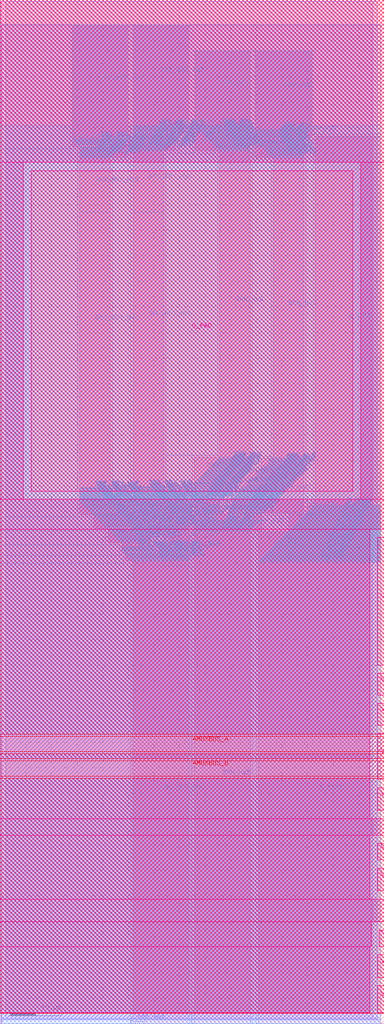
<source format=lef>
# Copyright 2020 The SkyWater PDK Authors
#
# Licensed under the Apache License, Version 2.0 (the "License");
# you may not use this file except in compliance with the License.
# You may obtain a copy of the License at
#
#     https://www.apache.org/licenses/LICENSE-2.0
#
# Unless required by applicable law or agreed to in writing, software
# distributed under the License is distributed on an "AS IS" BASIS,
# WITHOUT WARRANTIES OR CONDITIONS OF ANY KIND, either express or implied.
# See the License for the specific language governing permissions and
# limitations under the License.
#
# SPDX-License-Identifier: Apache-2.0

VERSION 5.7 ;
  NOWIREEXTENSIONATPIN ON ;
  DIVIDERCHAR "/" ;
  BUSBITCHARS "[]" ;
MACRO sky130_fd_io__top_ground_hvc_wpad
  CLASS BLOCK ;
  FOREIGN sky130_fd_io__top_ground_hvc_wpad ;
  ORIGIN  0.000000  0.000000 ;
  SIZE  75.00000 BY  200.0000 ;
  SYMMETRY R90 ;
  PIN AMUXBUS_A
    DIRECTION INOUT ;
    USE SIGNAL ;
    PORT
      LAYER met4 ;
        RECT 0.000000 53.125000 75.000000 56.105000 ;
    END
  END AMUXBUS_A
  PIN AMUXBUS_B
    DIRECTION INOUT ;
    USE SIGNAL ;
    PORT
      LAYER met4 ;
        RECT 0.000000 48.365000 75.000000 51.345000 ;
    END
  END AMUXBUS_B
  PIN G_PAD
    DIRECTION INOUT ;
    USE SIGNAL ;
    PORT
      LAYER met5 ;
        RECT 6.100000 104.010000 68.800000 166.625000 ;
    END
  END G_PAD
  PIN DRN_HVC
    DIRECTION INOUT ;
    USE POWER ;
    PORT
      LAYER met3 ;
        RECT 37.890000 0.000000 48.890000 96.150000 ;
    END
    PORT
      LAYER met3 ;
        RECT 37.890000 100.105000 42.840000 100.215000 ;
    END
    PORT
      LAYER met3 ;
        RECT 37.890000 100.215000 42.840000 102.135000 ;
    END
    PORT
      LAYER met3 ;
        RECT 37.890000 102.135000 42.840000 102.285000 ;
    END
    PORT
      LAYER met3 ;
        RECT 37.890000 102.285000 42.990000 102.435000 ;
    END
    PORT
      LAYER met3 ;
        RECT 37.890000 102.435000 43.140000 102.585000 ;
    END
    PORT
      LAYER met3 ;
        RECT 37.890000 102.585000 43.290000 102.735000 ;
    END
    PORT
      LAYER met3 ;
        RECT 37.890000 102.735000 43.440000 102.885000 ;
    END
    PORT
      LAYER met3 ;
        RECT 37.890000 102.885000 43.590000 103.035000 ;
    END
    PORT
      LAYER met3 ;
        RECT 37.890000 103.035000 43.740000 103.185000 ;
    END
    PORT
      LAYER met3 ;
        RECT 37.890000 103.185000 43.890000 103.335000 ;
    END
    PORT
      LAYER met3 ;
        RECT 37.890000 103.335000 44.040000 103.485000 ;
    END
    PORT
      LAYER met3 ;
        RECT 37.890000 103.485000 44.190000 103.635000 ;
    END
    PORT
      LAYER met3 ;
        RECT 37.890000 103.635000 44.340000 103.785000 ;
    END
    PORT
      LAYER met3 ;
        RECT 37.890000 103.785000 44.490000 103.935000 ;
    END
    PORT
      LAYER met3 ;
        RECT 37.890000 103.935000 44.640000 104.085000 ;
    END
    PORT
      LAYER met3 ;
        RECT 37.890000 104.085000 44.790000 104.235000 ;
    END
    PORT
      LAYER met3 ;
        RECT 37.890000 104.385000 45.090000 104.535000 ;
    END
    PORT
      LAYER met3 ;
        RECT 37.890000 104.535000 45.240000 104.685000 ;
    END
    PORT
      LAYER met3 ;
        RECT 37.890000 104.685000 45.390000 104.835000 ;
    END
    PORT
      LAYER met3 ;
        RECT 37.890000 104.835000 45.540000 104.985000 ;
    END
    PORT
      LAYER met3 ;
        RECT 37.890000 104.985000 45.690000 105.135000 ;
    END
    PORT
      LAYER met3 ;
        RECT 37.890000 105.135000 45.840000 105.285000 ;
    END
    PORT
      LAYER met3 ;
        RECT 37.890000 105.285000 45.990000 105.435000 ;
    END
    PORT
      LAYER met3 ;
        RECT 37.890000 105.435000 46.140000 105.585000 ;
    END
    PORT
      LAYER met3 ;
        RECT 37.890000 105.585000 46.290000 105.655000 ;
    END
    PORT
      LAYER met3 ;
        RECT 37.890000 105.655000 42.855000 110.620000 ;
    END
    PORT
      LAYER met3 ;
        RECT 37.890000 96.150000 48.890000 96.300000 ;
    END
    PORT
      LAYER met3 ;
        RECT 37.890000 96.300000 49.040000 96.450000 ;
    END
    PORT
      LAYER met3 ;
        RECT 37.890000 96.450000 49.190000 96.600000 ;
    END
    PORT
      LAYER met3 ;
        RECT 37.890000 96.600000 49.340000 96.750000 ;
    END
    PORT
      LAYER met3 ;
        RECT 37.890000 96.750000 49.490000 96.900000 ;
    END
    PORT
      LAYER met3 ;
        RECT 37.890000 96.900000 49.640000 97.050000 ;
    END
    PORT
      LAYER met3 ;
        RECT 37.890000 97.050000 49.790000 97.200000 ;
    END
    PORT
      LAYER met3 ;
        RECT 37.890000 97.200000 49.940000 97.350000 ;
    END
    PORT
      LAYER met3 ;
        RECT 37.890000 97.350000 50.090000 97.500000 ;
    END
    PORT
      LAYER met3 ;
        RECT 37.890000 97.500000 50.240000 97.650000 ;
    END
    PORT
      LAYER met3 ;
        RECT 37.890000 97.650000 50.390000 97.800000 ;
    END
    PORT
      LAYER met3 ;
        RECT 37.890000 97.800000 50.540000 97.950000 ;
    END
    PORT
      LAYER met3 ;
        RECT 37.890000 97.950000 50.690000 98.100000 ;
    END
    PORT
      LAYER met3 ;
        RECT 37.890000 98.100000 50.840000 98.250000 ;
    END
    PORT
      LAYER met3 ;
        RECT 37.890000 98.300000 51.040000 99.505000 ;
    END
    PORT
      LAYER met3 ;
        RECT 37.890000 99.505000 43.400000 99.655000 ;
    END
    PORT
      LAYER met3 ;
        RECT 37.890000 99.655000 43.250000 99.805000 ;
    END
    PORT
      LAYER met3 ;
        RECT 37.890000 99.805000 43.100000 99.955000 ;
    END
    PORT
      LAYER met3 ;
        RECT 37.965000 170.460000 42.855000 175.350000 ;
    END
    PORT
      LAYER met3 ;
        RECT 37.965000 175.350000 48.855000 190.020000 ;
    END
    PORT
      LAYER met3 ;
        RECT 38.040000 105.655000 46.360000 105.805000 ;
    END
    PORT
      LAYER met3 ;
        RECT 38.055000 175.260000 48.855000 175.350000 ;
    END
    PORT
      LAYER met3 ;
        RECT 38.190000 105.805000 46.510000 105.955000 ;
    END
    PORT
      LAYER met3 ;
        RECT 38.205000 175.110000 48.855000 175.260000 ;
    END
    PORT
      LAYER met3 ;
        RECT 38.355000 174.960000 48.855000 175.110000 ;
    END
    PORT
      LAYER met3 ;
        RECT 38.490000 106.105000 46.810000 106.255000 ;
    END
    PORT
      LAYER met3 ;
        RECT 38.505000 174.810000 48.855000 174.960000 ;
    END
    PORT
      LAYER met3 ;
        RECT 38.640000 106.255000 46.960000 106.405000 ;
    END
    PORT
      LAYER met3 ;
        RECT 38.655000 174.660000 48.855000 174.810000 ;
    END
    PORT
      LAYER met3 ;
        RECT 38.790000 106.405000 47.110000 106.555000 ;
    END
    PORT
      LAYER met3 ;
        RECT 38.805000 174.510000 48.855000 174.660000 ;
    END
    PORT
      LAYER met3 ;
        RECT 38.940000 106.555000 47.260000 106.705000 ;
    END
    PORT
      LAYER met3 ;
        RECT 38.955000 174.360000 48.855000 174.510000 ;
    END
    PORT
      LAYER met3 ;
        RECT 39.090000 106.705000 47.410000 106.855000 ;
    END
    PORT
      LAYER met3 ;
        RECT 39.105000 174.210000 48.855000 174.360000 ;
    END
    PORT
      LAYER met3 ;
        RECT 39.240000 106.855000 47.560000 107.005000 ;
    END
    PORT
      LAYER met3 ;
        RECT 39.255000 174.060000 48.855000 174.210000 ;
    END
    PORT
      LAYER met3 ;
        RECT 39.390000 107.005000 47.710000 107.155000 ;
    END
    PORT
      LAYER met3 ;
        RECT 39.405000 173.910000 48.855000 174.060000 ;
    END
    PORT
      LAYER met3 ;
        RECT 39.540000 107.155000 47.860000 107.305000 ;
    END
    PORT
      LAYER met3 ;
        RECT 39.555000 173.760000 48.855000 173.910000 ;
    END
    PORT
      LAYER met3 ;
        RECT 39.690000 107.305000 48.010000 107.455000 ;
    END
    PORT
      LAYER met3 ;
        RECT 39.705000 173.610000 48.855000 173.760000 ;
    END
    PORT
      LAYER met3 ;
        RECT 39.840000 107.455000 48.160000 107.605000 ;
    END
    PORT
      LAYER met3 ;
        RECT 39.855000 173.460000 48.855000 173.610000 ;
    END
    PORT
      LAYER met3 ;
        RECT 39.990000 107.605000 48.310000 107.755000 ;
    END
    PORT
      LAYER met3 ;
        RECT 40.005000 173.310000 48.855000 173.460000 ;
    END
    PORT
      LAYER met3 ;
        RECT 40.140000 107.755000 48.460000 107.905000 ;
    END
    PORT
      LAYER met3 ;
        RECT 40.155000 173.160000 48.855000 173.310000 ;
    END
    PORT
      LAYER met3 ;
        RECT 40.290000 107.905000 48.610000 108.055000 ;
    END
    PORT
      LAYER met3 ;
        RECT 40.305000 173.010000 48.855000 173.160000 ;
    END
    PORT
      LAYER met3 ;
        RECT 40.455000 172.860000 48.855000 173.010000 ;
    END
    PORT
      LAYER met3 ;
        RECT 40.535000 108.150000 48.855000 108.300000 ;
    END
    PORT
      LAYER met3 ;
        RECT 40.605000 172.710000 48.855000 172.860000 ;
    END
    PORT
      LAYER met3 ;
        RECT 40.685000 108.300000 48.855000 108.450000 ;
    END
    PORT
      LAYER met3 ;
        RECT 40.755000 172.560000 48.855000 172.710000 ;
    END
    PORT
      LAYER met3 ;
        RECT 40.835000 108.450000 48.855000 108.600000 ;
    END
    PORT
      LAYER met3 ;
        RECT 40.905000 172.410000 48.855000 172.560000 ;
    END
    PORT
      LAYER met3 ;
        RECT 40.985000 108.600000 48.855000 108.750000 ;
    END
    PORT
      LAYER met3 ;
        RECT 41.055000 172.260000 48.855000 172.410000 ;
    END
    PORT
      LAYER met3 ;
        RECT 41.135000 108.750000 48.855000 108.900000 ;
    END
    PORT
      LAYER met3 ;
        RECT 41.205000 172.110000 48.855000 172.260000 ;
    END
    PORT
      LAYER met3 ;
        RECT 41.285000 108.900000 48.855000 109.050000 ;
    END
    PORT
      LAYER met3 ;
        RECT 41.355000 171.960000 48.855000 172.110000 ;
    END
    PORT
      LAYER met3 ;
        RECT 41.435000 109.050000 48.855000 109.200000 ;
    END
    PORT
      LAYER met3 ;
        RECT 41.505000 171.810000 48.855000 171.960000 ;
    END
    PORT
      LAYER met3 ;
        RECT 41.585000 109.200000 48.855000 109.350000 ;
    END
    PORT
      LAYER met3 ;
        RECT 41.655000 171.660000 48.855000 171.810000 ;
    END
    PORT
      LAYER met3 ;
        RECT 41.735000 109.350000 48.855000 109.500000 ;
    END
    PORT
      LAYER met3 ;
        RECT 41.805000 171.510000 48.855000 171.660000 ;
    END
    PORT
      LAYER met3 ;
        RECT 41.885000 109.500000 48.855000 109.650000 ;
    END
    PORT
      LAYER met3 ;
        RECT 41.955000 171.360000 48.855000 171.510000 ;
    END
    PORT
      LAYER met3 ;
        RECT 42.035000 109.650000 48.855000 109.800000 ;
    END
    PORT
      LAYER met3 ;
        RECT 42.105000 171.210000 48.855000 171.360000 ;
    END
    PORT
      LAYER met3 ;
        RECT 42.185000 109.800000 48.855000 109.950000 ;
    END
    PORT
      LAYER met3 ;
        RECT 42.255000 171.060000 48.855000 171.210000 ;
    END
    PORT
      LAYER met3 ;
        RECT 42.335000 109.950000 48.855000 110.100000 ;
    END
    PORT
      LAYER met3 ;
        RECT 42.405000 170.910000 48.855000 171.060000 ;
    END
    PORT
      LAYER met3 ;
        RECT 42.485000 110.100000 48.855000 110.250000 ;
    END
    PORT
      LAYER met3 ;
        RECT 42.555000 170.760000 48.855000 170.910000 ;
    END
    PORT
      LAYER met3 ;
        RECT 42.635000 110.250000 48.855000 110.400000 ;
    END
    PORT
      LAYER met3 ;
        RECT 42.840000 102.135000 45.090000 104.385000 ;
    END
    PORT
      LAYER met3 ;
        RECT 42.840000 99.505000 43.550000 100.215000 ;
    END
    PORT
      LAYER met3 ;
        RECT 42.855000 108.150000 48.855000 110.620000 ;
    END
    PORT
      LAYER met3 ;
        RECT 42.855000 110.620000 48.855000 170.460000 ;
    END
    PORT
      LAYER met3 ;
        RECT 42.855000 170.460000 48.855000 170.610000 ;
    END
    PORT
      LAYER met3 ;
        RECT 44.550000 99.505000 45.260000 100.215000 ;
    END
    PORT
      LAYER met3 ;
        RECT 44.655000 99.505000 51.040000 99.610000 ;
    END
    PORT
      LAYER met3 ;
        RECT 44.760000 99.610000 51.040000 99.715000 ;
    END
    PORT
      LAYER met3 ;
        RECT 44.910000 99.715000 51.040000 99.865000 ;
    END
    PORT
      LAYER met3 ;
        RECT 45.060000 99.865000 51.190000 100.015000 ;
    END
    PORT
      LAYER met3 ;
        RECT 45.090000 104.385000 46.715000 106.010000 ;
    END
    PORT
      LAYER met3 ;
        RECT 45.260000 100.165000 51.490000 100.215000 ;
    END
    PORT
      LAYER met3 ;
        RECT 45.260000 100.215000 51.540000 100.365000 ;
    END
    PORT
      LAYER met3 ;
        RECT 45.260000 100.365000 51.690000 100.515000 ;
    END
    PORT
      LAYER met3 ;
        RECT 45.260000 100.515000 51.840000 100.665000 ;
    END
    PORT
      LAYER met3 ;
        RECT 45.260000 100.665000 51.990000 100.815000 ;
    END
    PORT
      LAYER met3 ;
        RECT 45.260000 100.815000 52.140000 100.965000 ;
    END
    PORT
      LAYER met3 ;
        RECT 45.260000 100.965000 52.290000 101.115000 ;
    END
    PORT
      LAYER met3 ;
        RECT 45.260000 101.115000 52.440000 101.265000 ;
    END
    PORT
      LAYER met3 ;
        RECT 45.260000 101.265000 52.590000 101.415000 ;
    END
    PORT
      LAYER met3 ;
        RECT 45.260000 101.415000 52.740000 101.565000 ;
    END
    PORT
      LAYER met3 ;
        RECT 45.260000 101.565000 52.890000 101.715000 ;
    END
    PORT
      LAYER met3 ;
        RECT 45.260000 101.715000 53.040000 101.865000 ;
    END
    PORT
      LAYER met3 ;
        RECT 45.260000 101.865000 53.190000 102.015000 ;
    END
    PORT
      LAYER met3 ;
        RECT 45.260000 102.015000 53.340000 102.165000 ;
    END
    PORT
      LAYER met3 ;
        RECT 45.260000 102.165000 53.490000 102.315000 ;
    END
    PORT
      LAYER met3 ;
        RECT 45.260000 102.315000 53.640000 102.415000 ;
    END
    PORT
      LAYER met3 ;
        RECT 45.260000 102.415000 46.970000 104.125000 ;
    END
    PORT
      LAYER met3 ;
        RECT 45.410000 102.415000 53.740000 102.565000 ;
    END
    PORT
      LAYER met3 ;
        RECT 45.560000 102.565000 53.890000 102.715000 ;
    END
    PORT
      LAYER met3 ;
        RECT 45.710000 102.715000 54.040000 102.865000 ;
    END
    PORT
      LAYER met3 ;
        RECT 45.860000 102.865000 54.190000 103.015000 ;
    END
    PORT
      LAYER met3 ;
        RECT 46.010000 103.015000 54.340000 103.165000 ;
    END
    PORT
      LAYER met3 ;
        RECT 46.160000 103.165000 54.490000 103.315000 ;
    END
    PORT
      LAYER met3 ;
        RECT 46.310000 103.315000 54.640000 103.465000 ;
    END
    PORT
      LAYER met3 ;
        RECT 46.460000 103.465000 54.790000 103.615000 ;
    END
    PORT
      LAYER met3 ;
        RECT 46.610000 103.615000 54.940000 103.765000 ;
    END
    PORT
      LAYER met3 ;
        RECT 46.715000 106.010000 48.855000 108.150000 ;
    END
    PORT
      LAYER met3 ;
        RECT 46.760000 103.765000 55.090000 103.915000 ;
    END
    PORT
      LAYER met3 ;
        RECT 46.970000 104.125000 48.855000 106.010000 ;
    END
    PORT
      LAYER met3 ;
        RECT 47.060000 104.065000 55.390000 104.215000 ;
    END
    PORT
      LAYER met3 ;
        RECT 47.210000 104.215000 55.540000 104.365000 ;
    END
    PORT
      LAYER met3 ;
        RECT 47.360000 104.365000 55.690000 104.515000 ;
    END
    PORT
      LAYER met3 ;
        RECT 47.510000 104.515000 55.840000 104.665000 ;
    END
    PORT
      LAYER met3 ;
        RECT 47.660000 104.665000 55.990000 104.815000 ;
    END
    PORT
      LAYER met3 ;
        RECT 47.810000 104.815000 56.140000 104.965000 ;
    END
    PORT
      LAYER met3 ;
        RECT 47.960000 104.965000 56.290000 105.115000 ;
    END
    PORT
      LAYER met3 ;
        RECT 48.110000 105.115000 56.440000 105.265000 ;
    END
    PORT
      LAYER met3 ;
        RECT 48.260000 105.265000 56.590000 105.415000 ;
    END
    PORT
      LAYER met3 ;
        RECT 48.410000 105.415000 56.740000 105.565000 ;
    END
    PORT
      LAYER met3 ;
        RECT 48.560000 105.565000 56.890000 105.715000 ;
    END
    PORT
      LAYER met3 ;
        RECT 48.855000 106.010000 50.995000 108.150000 ;
    END
    PORT
      LAYER met3 ;
        RECT 48.860000 105.865000 57.190000 106.015000 ;
    END
    PORT
      LAYER met3 ;
        RECT 48.890000 96.150000 51.040000 98.300000 ;
    END
    PORT
      LAYER met3 ;
        RECT 49.010000 106.015000 57.340000 106.165000 ;
    END
    PORT
      LAYER met3 ;
        RECT 49.160000 106.165000 57.490000 106.315000 ;
    END
    PORT
      LAYER met3 ;
        RECT 49.310000 106.315000 57.640000 106.465000 ;
    END
    PORT
      LAYER met3 ;
        RECT 49.460000 106.465000 57.790000 106.615000 ;
    END
    PORT
      LAYER met3 ;
        RECT 49.610000 106.615000 57.940000 106.765000 ;
    END
    PORT
      LAYER met3 ;
        RECT 49.760000 106.765000 58.090000 106.915000 ;
    END
    PORT
      LAYER met3 ;
        RECT 49.775000 169.135000 53.285000 172.645000 ;
    END
    PORT
      LAYER met3 ;
        RECT 49.775000 172.645000 59.285000 173.020000 ;
    END
    PORT
      LAYER met3 ;
        RECT 49.775000 172.645000 59.285000 173.170000 ;
    END
    PORT
      LAYER met3 ;
        RECT 49.775000 173.170000 59.435000 173.320000 ;
    END
    PORT
      LAYER met3 ;
        RECT 49.775000 173.320000 59.585000 173.470000 ;
    END
    PORT
      LAYER met3 ;
        RECT 49.775000 173.470000 59.735000 173.620000 ;
    END
    PORT
      LAYER met3 ;
        RECT 49.775000 173.620000 59.885000 173.770000 ;
    END
    PORT
      LAYER met3 ;
        RECT 49.775000 173.770000 60.035000 173.920000 ;
    END
    PORT
      LAYER met3 ;
        RECT 49.775000 173.920000 60.185000 174.070000 ;
    END
    PORT
      LAYER met3 ;
        RECT 49.775000 174.070000 60.335000 174.220000 ;
    END
    PORT
      LAYER met3 ;
        RECT 49.775000 174.220000 60.485000 174.370000 ;
    END
    PORT
      LAYER met3 ;
        RECT 49.775000 174.370000 60.635000 174.520000 ;
    END
    PORT
      LAYER met3 ;
        RECT 49.775000 174.520000 60.785000 174.670000 ;
    END
    PORT
      LAYER met3 ;
        RECT 49.775000 174.680000 60.945000 190.040000 ;
    END
    PORT
      LAYER met3 ;
        RECT 49.835000 172.585000 59.285000 172.645000 ;
    END
    PORT
      LAYER met3 ;
        RECT 49.910000 106.915000 58.240000 107.065000 ;
    END
    PORT
      LAYER met3 ;
        RECT 49.985000 172.435000 59.285000 172.585000 ;
    END
    PORT
      LAYER met3 ;
        RECT 50.060000 107.065000 58.390000 107.215000 ;
    END
    PORT
      LAYER met3 ;
        RECT 50.135000 172.285000 59.285000 172.435000 ;
    END
    PORT
      LAYER met3 ;
        RECT 50.210000 107.215000 58.540000 107.365000 ;
    END
    PORT
      LAYER met3 ;
        RECT 50.285000 172.135000 59.285000 172.285000 ;
    END
    PORT
      LAYER met3 ;
        RECT 50.360000 107.365000 58.690000 107.515000 ;
    END
    PORT
      LAYER met3 ;
        RECT 50.435000 171.985000 59.285000 172.135000 ;
    END
    PORT
      LAYER met3 ;
        RECT 50.510000 107.515000 58.840000 107.665000 ;
    END
    PORT
      LAYER met3 ;
        RECT 50.585000 171.835000 59.285000 171.985000 ;
    END
    PORT
      LAYER met3 ;
        RECT 50.660000 107.665000 58.990000 107.815000 ;
    END
    PORT
      LAYER met3 ;
        RECT 50.735000 171.685000 59.285000 171.835000 ;
    END
    PORT
      LAYER met3 ;
        RECT 50.885000 171.535000 59.285000 171.685000 ;
    END
    PORT
      LAYER met3 ;
        RECT 50.995000 108.150000 53.285000 110.440000 ;
    END
    PORT
      LAYER met3 ;
        RECT 51.035000 171.385000 59.285000 171.535000 ;
    END
    PORT
      LAYER met3 ;
        RECT 51.040000 99.715000 59.285000 107.960000 ;
    END
    PORT
      LAYER met3 ;
        RECT 51.105000 108.110000 59.285000 108.260000 ;
    END
    PORT
      LAYER met3 ;
        RECT 51.185000 171.235000 59.285000 171.385000 ;
    END
    PORT
      LAYER met3 ;
        RECT 51.255000 108.260000 59.285000 108.410000 ;
    END
    PORT
      LAYER met3 ;
        RECT 51.335000 171.085000 59.285000 171.235000 ;
    END
    PORT
      LAYER met3 ;
        RECT 51.405000 108.410000 59.285000 108.560000 ;
    END
    PORT
      LAYER met3 ;
        RECT 51.485000 170.935000 59.285000 171.085000 ;
    END
    PORT
      LAYER met3 ;
        RECT 51.555000 108.560000 59.285000 108.710000 ;
    END
    PORT
      LAYER met3 ;
        RECT 51.635000 170.785000 59.285000 170.935000 ;
    END
    PORT
      LAYER met3 ;
        RECT 51.705000 108.710000 59.285000 108.860000 ;
    END
    PORT
      LAYER met3 ;
        RECT 51.785000 170.635000 59.285000 170.785000 ;
    END
    PORT
      LAYER met3 ;
        RECT 51.855000 108.860000 59.285000 109.010000 ;
    END
    PORT
      LAYER met3 ;
        RECT 51.935000 170.485000 59.285000 170.635000 ;
    END
    PORT
      LAYER met3 ;
        RECT 52.005000 109.010000 59.285000 109.160000 ;
    END
    PORT
      LAYER met3 ;
        RECT 52.085000 170.335000 59.285000 170.485000 ;
    END
    PORT
      LAYER met3 ;
        RECT 52.155000 109.160000 59.285000 109.310000 ;
    END
    PORT
      LAYER met3 ;
        RECT 52.235000 170.185000 59.285000 170.335000 ;
    END
    PORT
      LAYER met3 ;
        RECT 52.305000 109.310000 59.285000 109.460000 ;
    END
    PORT
      LAYER met3 ;
        RECT 52.385000 170.035000 59.285000 170.185000 ;
    END
    PORT
      LAYER met3 ;
        RECT 52.455000 109.460000 59.285000 109.610000 ;
    END
    PORT
      LAYER met3 ;
        RECT 52.535000 169.885000 59.285000 170.035000 ;
    END
    PORT
      LAYER met3 ;
        RECT 52.605000 109.610000 59.285000 109.760000 ;
    END
    PORT
      LAYER met3 ;
        RECT 52.685000 169.735000 59.285000 169.885000 ;
    END
    PORT
      LAYER met3 ;
        RECT 52.755000 109.760000 59.285000 109.910000 ;
    END
    PORT
      LAYER met3 ;
        RECT 52.835000 169.585000 59.285000 169.735000 ;
    END
    PORT
      LAYER met3 ;
        RECT 52.905000 109.910000 59.285000 110.060000 ;
    END
    PORT
      LAYER met3 ;
        RECT 52.985000 169.435000 59.285000 169.585000 ;
    END
    PORT
      LAYER met3 ;
        RECT 53.055000 110.060000 59.285000 110.210000 ;
    END
    PORT
      LAYER met3 ;
        RECT 53.285000 107.960000 59.285000 110.440000 ;
    END
    PORT
      LAYER met3 ;
        RECT 53.285000 110.440000 59.285000 169.135000 ;
    END
    PORT
      LAYER met3 ;
        RECT 53.285000 169.135000 59.285000 169.285000 ;
    END
    PORT
      LAYER met3 ;
        RECT 59.285000 173.020000 60.945000 174.680000 ;
    END
  END DRN_HVC
  PIN G_CORE
    DIRECTION INOUT ;
    USE GROUND ;
    PORT
      LAYER met3 ;
        RECT 50.390000 0.000000 74.290000 90.185000 ;
    END
    PORT
      LAYER met3 ;
        RECT 50.390000 90.185000 56.355000 96.150000 ;
    END
    PORT
      LAYER met3 ;
        RECT 50.540000 90.185000 74.290000 90.335000 ;
    END
    PORT
      LAYER met3 ;
        RECT 50.690000 90.335000 74.290000 90.485000 ;
    END
    PORT
      LAYER met3 ;
        RECT 50.840000 90.485000 74.290000 90.635000 ;
    END
    PORT
      LAYER met3 ;
        RECT 50.990000 90.635000 74.290000 90.785000 ;
    END
    PORT
      LAYER met3 ;
        RECT 51.140000 90.785000 74.290000 90.935000 ;
    END
    PORT
      LAYER met3 ;
        RECT 51.290000 90.935000 74.290000 91.085000 ;
    END
    PORT
      LAYER met3 ;
        RECT 51.440000 91.085000 74.290000 91.235000 ;
    END
    PORT
      LAYER met3 ;
        RECT 51.590000 91.235000 74.290000 91.385000 ;
    END
    PORT
      LAYER met3 ;
        RECT 51.740000 91.385000 74.290000 91.535000 ;
    END
    PORT
      LAYER met3 ;
        RECT 51.890000 91.535000 74.290000 91.685000 ;
    END
    PORT
      LAYER met3 ;
        RECT 52.040000 91.685000 74.290000 91.835000 ;
    END
    PORT
      LAYER met3 ;
        RECT 52.190000 91.835000 74.290000 91.985000 ;
    END
    PORT
      LAYER met3 ;
        RECT 52.340000 91.985000 74.290000 92.135000 ;
    END
    PORT
      LAYER met3 ;
        RECT 52.490000 92.135000 74.290000 92.285000 ;
    END
    PORT
      LAYER met3 ;
        RECT 52.640000 92.285000 74.290000 92.435000 ;
    END
    PORT
      LAYER met3 ;
        RECT 52.790000 92.435000 74.290000 92.585000 ;
    END
    PORT
      LAYER met3 ;
        RECT 52.940000 92.585000 74.290000 92.735000 ;
    END
    PORT
      LAYER met3 ;
        RECT 53.090000 92.735000 74.290000 92.885000 ;
    END
    PORT
      LAYER met3 ;
        RECT 53.240000 92.885000 74.290000 93.035000 ;
    END
    PORT
      LAYER met3 ;
        RECT 53.390000 93.035000 74.290000 93.185000 ;
    END
    PORT
      LAYER met3 ;
        RECT 53.540000 93.185000 74.290000 93.335000 ;
    END
    PORT
      LAYER met3 ;
        RECT 53.690000 93.335000 74.290000 93.485000 ;
    END
    PORT
      LAYER met3 ;
        RECT 53.840000 93.485000 74.290000 93.635000 ;
    END
    PORT
      LAYER met3 ;
        RECT 53.990000 93.635000 74.290000 93.785000 ;
    END
    PORT
      LAYER met3 ;
        RECT 54.140000 93.785000 74.290000 93.935000 ;
    END
    PORT
      LAYER met3 ;
        RECT 54.290000 93.935000 74.290000 94.085000 ;
    END
    PORT
      LAYER met3 ;
        RECT 54.440000 94.085000 74.290000 94.235000 ;
    END
    PORT
      LAYER met3 ;
        RECT 54.590000 94.235000 74.290000 94.385000 ;
    END
    PORT
      LAYER met3 ;
        RECT 54.740000 94.385000 74.290000 94.535000 ;
    END
    PORT
      LAYER met3 ;
        RECT 54.890000 94.535000 74.290000 94.685000 ;
    END
    PORT
      LAYER met3 ;
        RECT 55.040000 94.685000 74.290000 94.835000 ;
    END
    PORT
      LAYER met3 ;
        RECT 55.190000 94.835000 74.290000 94.985000 ;
    END
    PORT
      LAYER met3 ;
        RECT 55.340000 94.985000 74.290000 95.135000 ;
    END
    PORT
      LAYER met3 ;
        RECT 55.490000 95.135000 74.290000 95.285000 ;
    END
    PORT
      LAYER met3 ;
        RECT 55.640000 95.285000 74.290000 95.435000 ;
    END
    PORT
      LAYER met3 ;
        RECT 55.790000 95.435000 74.290000 95.585000 ;
    END
    PORT
      LAYER met3 ;
        RECT 55.940000 95.585000 74.290000 95.735000 ;
    END
    PORT
      LAYER met3 ;
        RECT 56.090000 95.735000 74.290000 95.885000 ;
    END
    PORT
      LAYER met3 ;
        RECT 56.355000 96.150000 59.920000 99.715000 ;
    END
    PORT
      LAYER met3 ;
        RECT 56.390000 96.035000 74.290000 96.185000 ;
    END
    PORT
      LAYER met3 ;
        RECT 56.540000 96.185000 74.290000 96.335000 ;
    END
    PORT
      LAYER met3 ;
        RECT 56.690000 96.335000 74.290000 96.485000 ;
    END
    PORT
      LAYER met3 ;
        RECT 56.840000 96.485000 74.290000 96.635000 ;
    END
    PORT
      LAYER met3 ;
        RECT 56.990000 96.635000 74.290000 96.785000 ;
    END
    PORT
      LAYER met3 ;
        RECT 57.140000 96.785000 74.290000 96.935000 ;
    END
    PORT
      LAYER met3 ;
        RECT 57.290000 96.935000 74.290000 97.085000 ;
    END
    PORT
      LAYER met3 ;
        RECT 57.440000 97.085000 74.290000 97.235000 ;
    END
    PORT
      LAYER met3 ;
        RECT 57.590000 97.235000 74.290000 97.385000 ;
    END
    PORT
      LAYER met3 ;
        RECT 57.740000 97.385000 74.290000 97.535000 ;
    END
    PORT
      LAYER met3 ;
        RECT 57.890000 97.535000 74.290000 97.685000 ;
    END
    PORT
      LAYER met3 ;
        RECT 58.040000 97.685000 74.290000 97.835000 ;
    END
    PORT
      LAYER met3 ;
        RECT 58.190000 97.835000 74.290000 97.985000 ;
    END
    PORT
      LAYER met3 ;
        RECT 58.340000 97.985000 74.290000 98.135000 ;
    END
    PORT
      LAYER met3 ;
        RECT 58.490000 98.135000 74.290000 98.285000 ;
    END
    PORT
      LAYER met3 ;
        RECT 58.640000 98.285000 74.290000 98.435000 ;
    END
    PORT
      LAYER met3 ;
        RECT 58.790000 98.435000 74.290000 98.585000 ;
    END
    PORT
      LAYER met3 ;
        RECT 58.940000 98.585000 74.290000 98.735000 ;
    END
    PORT
      LAYER met3 ;
        RECT 59.090000 98.735000 74.290000 98.885000 ;
    END
    PORT
      LAYER met3 ;
        RECT 59.240000 98.885000 74.290000 99.035000 ;
    END
    PORT
      LAYER met3 ;
        RECT 59.390000 99.035000 74.290000 99.185000 ;
    END
    PORT
      LAYER met3 ;
        RECT 59.540000 99.185000 74.290000 99.335000 ;
    END
    PORT
      LAYER met3 ;
        RECT 59.690000 99.335000 74.290000 99.485000 ;
    END
    PORT
      LAYER met3 ;
        RECT 59.920000 99.715000 61.500000 101.295000 ;
    END
    PORT
      LAYER met3 ;
        RECT 59.990000 99.635000 74.290000 99.785000 ;
    END
    PORT
      LAYER met3 ;
        RECT 60.140000 99.785000 74.290000 99.935000 ;
    END
    PORT
      LAYER met3 ;
        RECT 60.290000 99.935000 74.290000 100.085000 ;
    END
    PORT
      LAYER met3 ;
        RECT 60.440000 100.085000 74.290000 100.235000 ;
    END
    PORT
      LAYER met3 ;
        RECT 60.590000 100.235000 74.290000 100.385000 ;
    END
    PORT
      LAYER met3 ;
        RECT 60.740000 100.385000 74.290000 100.535000 ;
    END
    PORT
      LAYER met3 ;
        RECT 60.890000 100.535000 74.290000 100.685000 ;
    END
    PORT
      LAYER met3 ;
        RECT 61.040000 100.685000 74.290000 100.835000 ;
    END
    PORT
      LAYER met3 ;
        RECT 61.190000 100.835000 74.290000 100.985000 ;
    END
    PORT
      LAYER met3 ;
        RECT 61.340000 100.985000 74.290000 101.135000 ;
    END
    PORT
      LAYER met3 ;
        RECT 61.500000 101.285000 74.290000 101.295000 ;
    END
    PORT
      LAYER met3 ;
        RECT 61.500000 101.295000 74.290000 173.320000 ;
    END
  END G_CORE
  PIN OGC_HVC
    DIRECTION INOUT ;
    USE POWER ;
    PORT
      LAYER met2 ;
        RECT 25.895000 0.000000 27.895000 0.535000 ;
    END
  END OGC_HVC
  PIN SRC_BDY_HVC
    DIRECTION INOUT ;
    USE GROUND ;
    PORT
      LAYER met3 ;
        RECT 14.050000 171.305000 15.500000 172.755000 ;
    END
    PORT
      LAYER met3 ;
        RECT 14.050000 172.755000 25.010000 195.100000 ;
    END
    PORT
      LAYER met3 ;
        RECT 14.055000 172.750000 25.010000 172.755000 ;
    END
    PORT
      LAYER met3 ;
        RECT 14.110000 172.695000 25.010000 172.750000 ;
    END
    PORT
      LAYER met3 ;
        RECT 14.165000 172.640000 25.010000 172.695000 ;
    END
    PORT
      LAYER met3 ;
        RECT 14.300000 172.505000 24.875000 172.640000 ;
    END
    PORT
      LAYER met3 ;
        RECT 14.450000 172.355000 24.725000 172.505000 ;
    END
    PORT
      LAYER met3 ;
        RECT 14.600000 172.205000 24.575000 172.355000 ;
    END
    PORT
      LAYER met3 ;
        RECT 14.750000 172.055000 24.425000 172.205000 ;
    END
    PORT
      LAYER met3 ;
        RECT 14.900000 171.905000 24.275000 172.055000 ;
    END
    PORT
      LAYER met3 ;
        RECT 15.050000 171.755000 24.125000 171.905000 ;
    END
    PORT
      LAYER met3 ;
        RECT 15.200000 171.605000 23.975000 171.755000 ;
    END
    PORT
      LAYER met3 ;
        RECT 15.500000 102.200000 23.830000 102.350000 ;
    END
    PORT
      LAYER met3 ;
        RECT 15.500000 102.350000 23.680000 102.500000 ;
    END
    PORT
      LAYER met3 ;
        RECT 15.500000 102.500000 23.530000 102.650000 ;
    END
    PORT
      LAYER met3 ;
        RECT 15.500000 102.650000 23.380000 102.800000 ;
    END
    PORT
      LAYER met3 ;
        RECT 15.500000 102.800000 23.230000 102.950000 ;
    END
    PORT
      LAYER met3 ;
        RECT 15.500000 102.950000 23.080000 103.100000 ;
    END
    PORT
      LAYER met3 ;
        RECT 15.500000 103.100000 22.930000 103.250000 ;
    END
    PORT
      LAYER met3 ;
        RECT 15.500000 103.250000 22.780000 103.400000 ;
    END
    PORT
      LAYER met3 ;
        RECT 15.500000 103.400000 22.630000 103.550000 ;
    END
    PORT
      LAYER met3 ;
        RECT 15.500000 103.550000 22.480000 103.700000 ;
    END
    PORT
      LAYER met3 ;
        RECT 15.500000 103.700000 22.330000 103.850000 ;
    END
    PORT
      LAYER met3 ;
        RECT 15.500000 103.850000 22.180000 104.000000 ;
    END
    PORT
      LAYER met3 ;
        RECT 15.500000 104.000000 22.030000 104.150000 ;
    END
    PORT
      LAYER met3 ;
        RECT 15.500000 104.150000 21.880000 104.300000 ;
    END
    PORT
      LAYER met3 ;
        RECT 15.500000 104.300000 21.730000 104.450000 ;
    END
    PORT
      LAYER met3 ;
        RECT 15.500000 104.450000 21.580000 104.600000 ;
    END
    PORT
      LAYER met3 ;
        RECT 15.500000 104.600000 21.500000 104.680000 ;
    END
    PORT
      LAYER met3 ;
        RECT 15.500000 104.680000 21.500000 169.130000 ;
    END
    PORT
      LAYER met3 ;
        RECT 15.500000 158.470000 21.500000 169.280000 ;
    END
    PORT
      LAYER met3 ;
        RECT 15.500000 169.280000 21.650000 169.430000 ;
    END
    PORT
      LAYER met3 ;
        RECT 15.500000 169.430000 21.800000 169.580000 ;
    END
    PORT
      LAYER met3 ;
        RECT 15.500000 169.580000 21.950000 169.730000 ;
    END
    PORT
      LAYER met3 ;
        RECT 15.500000 169.730000 22.100000 169.880000 ;
    END
    PORT
      LAYER met3 ;
        RECT 15.500000 169.880000 22.250000 170.030000 ;
    END
    PORT
      LAYER met3 ;
        RECT 15.500000 170.030000 22.400000 170.180000 ;
    END
    PORT
      LAYER met3 ;
        RECT 15.500000 170.180000 22.550000 170.330000 ;
    END
    PORT
      LAYER met3 ;
        RECT 15.500000 170.330000 22.700000 170.480000 ;
    END
    PORT
      LAYER met3 ;
        RECT 15.500000 170.480000 22.850000 170.630000 ;
    END
    PORT
      LAYER met3 ;
        RECT 15.500000 170.630000 23.000000 170.780000 ;
    END
    PORT
      LAYER met3 ;
        RECT 15.500000 170.780000 23.150000 170.930000 ;
    END
    PORT
      LAYER met3 ;
        RECT 15.500000 170.930000 23.300000 171.080000 ;
    END
    PORT
      LAYER met3 ;
        RECT 15.500000 171.080000 23.450000 171.230000 ;
    END
    PORT
      LAYER met3 ;
        RECT 15.500000 171.230000 23.600000 171.305000 ;
    END
    PORT
      LAYER met3 ;
        RECT 15.500000 99.415000 18.285000 102.200000 ;
    END
    PORT
      LAYER met3 ;
        RECT 15.645000 102.055000 23.980000 102.200000 ;
    END
    PORT
      LAYER met3 ;
        RECT 15.795000 101.905000 24.125000 102.055000 ;
    END
    PORT
      LAYER met3 ;
        RECT 15.945000 101.755000 24.275000 101.905000 ;
    END
    PORT
      LAYER met3 ;
        RECT 16.095000 101.605000 24.425000 101.755000 ;
    END
    PORT
      LAYER met3 ;
        RECT 16.245000 101.455000 24.575000 101.605000 ;
    END
    PORT
      LAYER met3 ;
        RECT 16.395000 101.305000 24.725000 101.455000 ;
    END
    PORT
      LAYER met3 ;
        RECT 16.545000 101.155000 24.875000 101.305000 ;
    END
    PORT
      LAYER met3 ;
        RECT 16.695000 101.005000 25.025000 101.155000 ;
    END
    PORT
      LAYER met3 ;
        RECT 16.845000 100.855000 25.175000 101.005000 ;
    END
    PORT
      LAYER met3 ;
        RECT 16.995000 100.705000 25.325000 100.855000 ;
    END
    PORT
      LAYER met3 ;
        RECT 17.145000 100.555000 25.475000 100.705000 ;
    END
    PORT
      LAYER met3 ;
        RECT 17.295000 100.405000 25.625000 100.555000 ;
    END
    PORT
      LAYER met3 ;
        RECT 17.445000 100.255000 25.775000 100.405000 ;
    END
    PORT
      LAYER met3 ;
        RECT 17.745000 99.955000 26.075000 100.105000 ;
    END
    PORT
      LAYER met3 ;
        RECT 17.895000 99.805000 26.225000 99.955000 ;
    END
    PORT
      LAYER met3 ;
        RECT 18.045000 99.655000 26.375000 99.805000 ;
    END
    PORT
      LAYER met3 ;
        RECT 18.285000 96.655000 21.045000 99.415000 ;
    END
    PORT
      LAYER met3 ;
        RECT 18.345000 99.355000 26.675000 99.505000 ;
    END
    PORT
      LAYER met3 ;
        RECT 18.495000 99.205000 26.825000 99.355000 ;
    END
    PORT
      LAYER met3 ;
        RECT 18.645000 99.055000 26.975000 99.205000 ;
    END
    PORT
      LAYER met3 ;
        RECT 18.795000 98.905000 27.125000 99.055000 ;
    END
    PORT
      LAYER met3 ;
        RECT 18.945000 98.755000 27.275000 98.905000 ;
    END
    PORT
      LAYER met3 ;
        RECT 19.095000 98.605000 27.425000 98.755000 ;
    END
    PORT
      LAYER met3 ;
        RECT 19.245000 98.455000 27.575000 98.605000 ;
    END
    PORT
      LAYER met3 ;
        RECT 19.395000 98.305000 27.725000 98.455000 ;
    END
    PORT
      LAYER met3 ;
        RECT 19.545000 98.155000 27.875000 98.305000 ;
    END
    PORT
      LAYER met3 ;
        RECT 19.845000 97.855000 28.175000 98.005000 ;
    END
    PORT
      LAYER met3 ;
        RECT 19.995000 97.705000 28.325000 97.855000 ;
    END
    PORT
      LAYER met3 ;
        RECT 20.145000 97.555000 28.475000 97.705000 ;
    END
    PORT
      LAYER met3 ;
        RECT 20.295000 97.405000 28.625000 97.555000 ;
    END
    PORT
      LAYER met3 ;
        RECT 20.445000 97.255000 28.775000 97.405000 ;
    END
    PORT
      LAYER met3 ;
        RECT 20.595000 97.105000 28.925000 97.255000 ;
    END
    PORT
      LAYER met3 ;
        RECT 20.745000 96.955000 29.075000 97.105000 ;
    END
    PORT
      LAYER met3 ;
        RECT 21.045000 93.955000 23.745000 96.655000 ;
    END
    PORT
      LAYER met3 ;
        RECT 21.195000 96.505000 29.525000 96.655000 ;
    END
    PORT
      LAYER met3 ;
        RECT 21.345000 96.355000 29.525000 96.505000 ;
    END
    PORT
      LAYER met3 ;
        RECT 21.495000 96.205000 29.525000 96.355000 ;
    END
    PORT
      LAYER met3 ;
        RECT 21.500000 100.250000 25.930000 104.680000 ;
    END
    PORT
      LAYER met3 ;
        RECT 21.500000 169.130000 25.010000 172.640000 ;
    END
    PORT
      LAYER met3 ;
        RECT 21.645000 96.055000 29.525000 96.205000 ;
    END
    PORT
      LAYER met3 ;
        RECT 21.795000 95.905000 29.525000 96.055000 ;
    END
    PORT
      LAYER met3 ;
        RECT 21.945000 95.755000 29.525000 95.905000 ;
    END
    PORT
      LAYER met3 ;
        RECT 22.095000 95.605000 29.525000 95.755000 ;
    END
    PORT
      LAYER met3 ;
        RECT 22.245000 95.455000 29.525000 95.605000 ;
    END
    PORT
      LAYER met3 ;
        RECT 22.395000 95.305000 29.525000 95.455000 ;
    END
    PORT
      LAYER met3 ;
        RECT 22.545000 95.155000 29.525000 95.305000 ;
    END
    PORT
      LAYER met3 ;
        RECT 22.695000 95.005000 29.525000 95.155000 ;
    END
    PORT
      LAYER met3 ;
        RECT 22.845000 94.855000 29.525000 95.005000 ;
    END
    PORT
      LAYER met3 ;
        RECT 22.995000 94.705000 29.525000 94.855000 ;
    END
    PORT
      LAYER met3 ;
        RECT 23.145000 94.555000 29.525000 94.705000 ;
    END
    PORT
      LAYER met3 ;
        RECT 23.295000 94.405000 29.525000 94.555000 ;
    END
    PORT
      LAYER met3 ;
        RECT 23.445000 94.255000 29.525000 94.405000 ;
    END
    PORT
      LAYER met3 ;
        RECT 23.745000 91.890000 24.395000 92.540000 ;
    END
    PORT
      LAYER met3 ;
        RECT 23.745000 92.540000 29.525000 96.655000 ;
    END
    PORT
      LAYER met3 ;
        RECT 23.745000 92.540000 29.935000 92.690000 ;
    END
    PORT
      LAYER met3 ;
        RECT 23.745000 92.690000 29.785000 92.840000 ;
    END
    PORT
      LAYER met3 ;
        RECT 23.745000 92.840000 29.635000 92.990000 ;
    END
    PORT
      LAYER met3 ;
        RECT 23.745000 92.990000 29.525000 93.100000 ;
    END
    PORT
      LAYER met3 ;
        RECT 23.745000 93.100000 29.525000 93.955000 ;
    END
    PORT
      LAYER met3 ;
        RECT 23.820000 92.465000 30.085000 92.540000 ;
    END
    PORT
      LAYER met3 ;
        RECT 23.945000 92.340000 36.895000 92.390000 ;
    END
    PORT
      LAYER met3 ;
        RECT 24.095000 92.190000 36.895000 92.340000 ;
    END
    PORT
      LAYER met3 ;
        RECT 24.395000 90.390000 25.895000 91.890000 ;
    END
    PORT
      LAYER met3 ;
        RECT 24.395000 91.890000 36.895000 92.040000 ;
    END
    PORT
      LAYER met3 ;
        RECT 24.545000 91.740000 36.895000 91.890000 ;
    END
    PORT
      LAYER met3 ;
        RECT 24.695000 91.590000 36.895000 91.740000 ;
    END
    PORT
      LAYER met3 ;
        RECT 24.845000 91.440000 36.895000 91.590000 ;
    END
    PORT
      LAYER met3 ;
        RECT 24.995000 91.290000 36.895000 91.440000 ;
    END
    PORT
      LAYER met3 ;
        RECT 25.145000 91.140000 36.895000 91.290000 ;
    END
    PORT
      LAYER met3 ;
        RECT 25.295000 90.990000 36.895000 91.140000 ;
    END
    PORT
      LAYER met3 ;
        RECT 25.445000 90.840000 36.895000 90.990000 ;
    END
    PORT
      LAYER met3 ;
        RECT 25.595000 90.690000 36.895000 90.840000 ;
    END
    PORT
      LAYER met3 ;
        RECT 25.895000 0.000000 36.895000 90.390000 ;
    END
    PORT
      LAYER met3 ;
        RECT 25.895000 90.390000 36.895000 90.540000 ;
    END
    PORT
      LAYER met3 ;
        RECT 25.930000 100.250000 28.070000 102.390000 ;
    END
    PORT
      LAYER met3 ;
        RECT 25.930000 102.390000 34.250000 102.540000 ;
    END
    PORT
      LAYER met3 ;
        RECT 25.930000 102.540000 34.100000 102.690000 ;
    END
    PORT
      LAYER met3 ;
        RECT 25.930000 102.690000 33.950000 102.840000 ;
    END
    PORT
      LAYER met3 ;
        RECT 25.930000 102.840000 33.800000 102.990000 ;
    END
    PORT
      LAYER met3 ;
        RECT 25.930000 102.990000 33.650000 103.140000 ;
    END
    PORT
      LAYER met3 ;
        RECT 25.930000 103.140000 33.500000 103.290000 ;
    END
    PORT
      LAYER met3 ;
        RECT 25.930000 103.290000 33.350000 103.440000 ;
    END
    PORT
      LAYER met3 ;
        RECT 25.930000 103.440000 33.200000 103.590000 ;
    END
    PORT
      LAYER met3 ;
        RECT 25.930000 103.590000 33.050000 103.740000 ;
    END
    PORT
      LAYER met3 ;
        RECT 25.930000 103.740000 32.900000 103.890000 ;
    END
    PORT
      LAYER met3 ;
        RECT 25.930000 103.890000 32.750000 104.040000 ;
    END
    PORT
      LAYER met3 ;
        RECT 25.930000 104.040000 32.600000 104.190000 ;
    END
    PORT
      LAYER met3 ;
        RECT 25.930000 104.190000 32.450000 104.340000 ;
    END
    PORT
      LAYER met3 ;
        RECT 25.930000 104.340000 32.300000 104.490000 ;
    END
    PORT
      LAYER met3 ;
        RECT 25.930000 104.490000 32.150000 104.640000 ;
    END
    PORT
      LAYER met3 ;
        RECT 25.930000 104.640000 32.000000 104.790000 ;
    END
    PORT
      LAYER met3 ;
        RECT 25.930000 104.790000 31.930000 104.860000 ;
    END
    PORT
      LAYER met3 ;
        RECT 25.930000 104.860000 31.930000 170.460000 ;
    END
    PORT
      LAYER met3 ;
        RECT 25.930000 158.470000 31.930000 170.610000 ;
    END
    PORT
      LAYER met3 ;
        RECT 25.930000 170.610000 32.080000 170.760000 ;
    END
    PORT
      LAYER met3 ;
        RECT 25.930000 170.760000 32.230000 170.910000 ;
    END
    PORT
      LAYER met3 ;
        RECT 25.930000 170.910000 32.380000 171.060000 ;
    END
    PORT
      LAYER met3 ;
        RECT 25.930000 171.060000 32.530000 171.210000 ;
    END
    PORT
      LAYER met3 ;
        RECT 25.930000 171.210000 32.680000 171.360000 ;
    END
    PORT
      LAYER met3 ;
        RECT 25.930000 171.360000 32.830000 171.510000 ;
    END
    PORT
      LAYER met3 ;
        RECT 25.930000 171.510000 32.980000 171.660000 ;
    END
    PORT
      LAYER met3 ;
        RECT 25.930000 171.660000 33.130000 171.810000 ;
    END
    PORT
      LAYER met3 ;
        RECT 25.930000 171.810000 33.280000 171.960000 ;
    END
    PORT
      LAYER met3 ;
        RECT 25.930000 171.960000 33.430000 172.110000 ;
    END
    PORT
      LAYER met3 ;
        RECT 25.930000 172.110000 33.580000 172.260000 ;
    END
    PORT
      LAYER met3 ;
        RECT 25.930000 172.260000 33.730000 172.410000 ;
    END
    PORT
      LAYER met3 ;
        RECT 25.930000 172.410000 33.880000 172.560000 ;
    END
    PORT
      LAYER met3 ;
        RECT 25.930000 172.560000 34.030000 172.710000 ;
    END
    PORT
      LAYER met3 ;
        RECT 25.930000 172.860000 34.330000 173.010000 ;
    END
    PORT
      LAYER met3 ;
        RECT 25.930000 173.010000 34.480000 173.160000 ;
    END
    PORT
      LAYER met3 ;
        RECT 25.930000 173.160000 34.630000 173.310000 ;
    END
    PORT
      LAYER met3 ;
        RECT 25.930000 173.460000 34.930000 173.610000 ;
    END
    PORT
      LAYER met3 ;
        RECT 25.930000 173.610000 35.080000 173.760000 ;
    END
    PORT
      LAYER met3 ;
        RECT 25.930000 173.760000 35.230000 173.910000 ;
    END
    PORT
      LAYER met3 ;
        RECT 25.930000 173.910000 35.380000 174.060000 ;
    END
    PORT
      LAYER met3 ;
        RECT 25.930000 174.210000 35.680000 174.360000 ;
    END
    PORT
      LAYER met3 ;
        RECT 25.930000 174.360000 35.830000 174.510000 ;
    END
    PORT
      LAYER met3 ;
        RECT 25.930000 174.510000 35.980000 174.660000 ;
    END
    PORT
      LAYER met3 ;
        RECT 25.930000 174.810000 36.280000 174.960000 ;
    END
    PORT
      LAYER met3 ;
        RECT 25.930000 174.960000 36.430000 175.110000 ;
    END
    PORT
      LAYER met3 ;
        RECT 25.930000 175.110000 36.580000 175.260000 ;
    END
    PORT
      LAYER met3 ;
        RECT 25.930000 175.350000 36.820000 195.100000 ;
    END
    PORT
      LAYER met3 ;
        RECT 25.930000 98.145000 28.035000 100.250000 ;
    END
    PORT
      LAYER met3 ;
        RECT 26.025000 102.295000 34.400000 102.390000 ;
    END
    PORT
      LAYER met3 ;
        RECT 26.175000 102.145000 34.495000 102.295000 ;
    END
    PORT
      LAYER met3 ;
        RECT 26.325000 101.995000 34.645000 102.145000 ;
    END
    PORT
      LAYER met3 ;
        RECT 26.475000 101.845000 34.795000 101.995000 ;
    END
    PORT
      LAYER met3 ;
        RECT 26.625000 101.695000 34.945000 101.845000 ;
    END
    PORT
      LAYER met3 ;
        RECT 26.775000 101.545000 35.095000 101.695000 ;
    END
    PORT
      LAYER met3 ;
        RECT 26.925000 101.395000 35.245000 101.545000 ;
    END
    PORT
      LAYER met3 ;
        RECT 27.075000 101.245000 35.395000 101.395000 ;
    END
    PORT
      LAYER met3 ;
        RECT 27.225000 101.095000 35.545000 101.245000 ;
    END
    PORT
      LAYER met3 ;
        RECT 27.375000 100.945000 35.695000 101.095000 ;
    END
    PORT
      LAYER met3 ;
        RECT 27.525000 100.795000 35.845000 100.945000 ;
    END
    PORT
      LAYER met3 ;
        RECT 27.675000 100.645000 35.995000 100.795000 ;
    END
    PORT
      LAYER met3 ;
        RECT 27.825000 100.495000 36.145000 100.645000 ;
    END
    PORT
      LAYER met3 ;
        RECT 28.035000 96.655000 29.525000 98.145000 ;
    END
    PORT
      LAYER met3 ;
        RECT 28.070000 98.145000 30.175000 100.250000 ;
    END
    PORT
      LAYER met3 ;
        RECT 28.125000 100.195000 36.445000 100.345000 ;
    END
    PORT
      LAYER met3 ;
        RECT 28.275000 100.045000 36.595000 100.195000 ;
    END
    PORT
      LAYER met3 ;
        RECT 28.495000 99.825000 36.895000 99.895000 ;
    END
    PORT
      LAYER met3 ;
        RECT 28.645000 99.675000 36.895000 99.825000 ;
    END
    PORT
      LAYER met3 ;
        RECT 28.795000 99.525000 36.895000 99.675000 ;
    END
    PORT
      LAYER met3 ;
        RECT 28.945000 99.375000 36.895000 99.525000 ;
    END
    PORT
      LAYER met3 ;
        RECT 29.095000 99.225000 36.895000 99.375000 ;
    END
    PORT
      LAYER met3 ;
        RECT 29.245000 99.075000 36.895000 99.225000 ;
    END
    PORT
      LAYER met3 ;
        RECT 29.395000 98.925000 36.895000 99.075000 ;
    END
    PORT
      LAYER met3 ;
        RECT 29.525000 92.390000 30.235000 93.100000 ;
    END
    PORT
      LAYER met3 ;
        RECT 29.545000 98.775000 36.895000 98.925000 ;
    END
    PORT
      LAYER met3 ;
        RECT 29.695000 98.625000 36.895000 98.775000 ;
    END
    PORT
      LAYER met3 ;
        RECT 29.845000 98.475000 36.895000 98.625000 ;
    END
    PORT
      LAYER met3 ;
        RECT 29.995000 98.325000 36.895000 98.475000 ;
    END
    PORT
      LAYER met3 ;
        RECT 30.175000 96.375000 31.945000 98.145000 ;
    END
    PORT
      LAYER met3 ;
        RECT 30.295000 98.025000 36.895000 98.175000 ;
    END
    PORT
      LAYER met3 ;
        RECT 30.445000 97.875000 36.895000 98.025000 ;
    END
    PORT
      LAYER met3 ;
        RECT 30.595000 97.725000 36.895000 97.875000 ;
    END
    PORT
      LAYER met3 ;
        RECT 30.745000 97.575000 36.895000 97.725000 ;
    END
    PORT
      LAYER met3 ;
        RECT 30.895000 97.425000 36.895000 97.575000 ;
    END
    PORT
      LAYER met3 ;
        RECT 31.045000 97.275000 36.895000 97.425000 ;
    END
    PORT
      LAYER met3 ;
        RECT 31.195000 97.125000 36.895000 97.275000 ;
    END
    PORT
      LAYER met3 ;
        RECT 31.235000 92.390000 31.945000 93.100000 ;
    END
    PORT
      LAYER met3 ;
        RECT 31.345000 96.975000 36.895000 97.125000 ;
    END
    PORT
      LAYER met3 ;
        RECT 31.385000 92.390000 36.895000 92.540000 ;
    END
    PORT
      LAYER met3 ;
        RECT 31.495000 96.825000 36.895000 96.975000 ;
    END
    PORT
      LAYER met3 ;
        RECT 31.535000 92.540000 36.895000 92.690000 ;
    END
    PORT
      LAYER met3 ;
        RECT 31.645000 96.675000 36.895000 96.825000 ;
    END
    PORT
      LAYER met3 ;
        RECT 31.685000 92.690000 36.895000 92.840000 ;
    END
    PORT
      LAYER met3 ;
        RECT 31.930000 170.460000 34.225000 172.755000 ;
    END
    PORT
      LAYER met3 ;
        RECT 31.930000 99.895000 36.895000 104.860000 ;
    END
    PORT
      LAYER met3 ;
        RECT 31.945000 89.470000 36.895000 99.895000 ;
    END
    PORT
      LAYER met3 ;
        RECT 31.945000 92.990000 36.895000 93.100000 ;
    END
    PORT
      LAYER met3 ;
        RECT 31.945000 93.100000 36.895000 96.375000 ;
    END
    PORT
      LAYER met3 ;
        RECT 34.225000 172.755000 34.875000 173.405000 ;
    END
    PORT
      LAYER met3 ;
        RECT 34.875000 173.405000 35.540000 174.070000 ;
    END
    PORT
      LAYER met3 ;
        RECT 35.540000 174.070000 36.230000 174.760000 ;
    END
    PORT
      LAYER met3 ;
        RECT 36.230000 174.760000 36.820000 175.350000 ;
    END
  END SRC_BDY_HVC
  PIN VCCD
    DIRECTION INOUT ;
    USE POWER ;
    PORT
      LAYER met5 ;
        RECT 73.730000 8.985000 75.000000 13.435000 ;
    END
  END VCCD
  PIN VCCHIB
    DIRECTION INOUT ;
    USE POWER ;
    PORT
      LAYER met5 ;
        RECT 73.730000 2.135000 75.000000 7.385000 ;
    END
  END VCCHIB
  PIN VDDA
    DIRECTION INOUT ;
    USE POWER ;
    PORT
      LAYER met5 ;
        RECT 74.035000 15.035000 75.000000 18.285000 ;
    END
  END VDDA
  PIN VDDIO
    DIRECTION INOUT ;
    USE POWER ;
    PORT
      LAYER met5 ;
        RECT 73.730000 70.035000 75.000000 94.985000 ;
    END
  END VDDIO
  PIN VDDIO_Q
    DIRECTION INOUT ;
    USE POWER ;
    PORT
      LAYER met5 ;
        RECT 73.730000 64.185000 75.000000 68.435000 ;
    END
  END VDDIO_Q
  PIN VSSA
    DIRECTION INOUT ;
    USE GROUND ;
    PORT
      LAYER met5 ;
        RECT 73.730000 47.735000 75.000000 56.735000 ;
    END
  END VSSA
  PIN VSSD
    DIRECTION INOUT ;
    USE GROUND ;
    PORT
      LAYER met5 ;
        RECT 73.730000 41.685000 75.000000 46.135000 ;
    END
  END VSSD
  PIN VSSIO
    DIRECTION INOUT ;
    USE GROUND ;
    PORT
      LAYER met5 ;
        RECT 73.730000 25.935000 75.000000 30.385000 ;
    END
  END VSSIO
  PIN VSSIO_Q
    DIRECTION INOUT ;
    USE GROUND ;
    PORT
      LAYER met5 ;
        RECT 73.730000 58.335000 75.000000 62.585000 ;
    END
  END VSSIO_Q
  PIN VSWITCH
    DIRECTION INOUT ;
    USE POWER ;
    PORT
      LAYER met5 ;
        RECT 73.730000 31.985000 75.000000 35.235000 ;
    END
  END VSWITCH
  OBS
    LAYER li1 ;
      RECT 1.070000 1.000000 72.775000 199.695000 ;
    LAYER met1 ;
      RECT 0.185000 0.970000 73.620000 199.725000 ;
    LAYER met2 ;
      RECT  0.265000 0.000000 25.615000   0.815000 ;
      RECT  0.265000 0.815000 74.290000 195.075000 ;
      RECT 28.175000 0.000000 74.290000   0.815000 ;
    LAYER met3 ;
      RECT  0.240000   0.000000 25.495000  89.990000 ;
      RECT  0.240000  89.990000 23.995000  91.490000 ;
      RECT  0.240000  91.490000 23.345000  93.555000 ;
      RECT  0.240000  93.555000 20.645000  96.255000 ;
      RECT  0.240000  96.255000 17.885000  99.015000 ;
      RECT  0.240000  99.015000 15.100000 170.905000 ;
      RECT  0.240000 170.905000 13.650000 175.350000 ;
      RECT 21.900000 105.080000 25.530000 168.730000 ;
      RECT 25.410000 168.730000 25.530000 175.350000 ;
      RECT 29.925000  93.500000 31.545000  95.975000 ;
      RECT 30.635000  92.790000 30.835000  93.500000 ;
      RECT 32.330000 105.260000 37.490000 111.020000 ;
      RECT 32.330000 111.020000 42.455000 170.060000 ;
      RECT 34.625000 170.060000 37.565000 172.355000 ;
      RECT 35.275000 172.355000 37.565000 173.005000 ;
      RECT 35.940000 173.005000 37.565000 173.670000 ;
      RECT 36.630000 173.670000 37.565000 174.360000 ;
      RECT 37.220000 174.360000 37.565000 175.350000 ;
      RECT 37.295000   0.000000 37.490000 105.260000 ;
      RECT 43.240000 100.615000 44.860000 101.735000 ;
      RECT 43.950000  99.905000 44.150000 100.615000 ;
      RECT 49.255000 108.550000 50.595000 110.840000 ;
      RECT 49.255000 110.840000 52.885000 168.735000 ;
      RECT 49.255000 168.735000 49.375000 175.350000 ;
      RECT 49.290000   0.000000 49.990000  95.750000 ;
      RECT 51.440000  96.550000 55.955000  99.315000 ;
      RECT 59.685000 101.695000 61.100000 172.620000 ;
      RECT 61.345000 173.720000 74.290000 175.350000 ;
    LAYER met4 ;
      RECT 0.000000  2.035000 75.000000  47.965000 ;
      RECT 0.000000 51.745000 75.000000  52.725000 ;
      RECT 0.000000 56.505000 75.000000 200.000000 ;
    LAYER met5 ;
      RECT  0.000000   2.135000 72.130000  15.035000 ;
      RECT  0.000000  15.035000 72.435000  19.885000 ;
      RECT  0.000000  19.885000 75.000000  24.335000 ;
      RECT  0.000000  24.335000 72.130000  36.835000 ;
      RECT  0.000000  36.835000 75.000000  40.085000 ;
      RECT  0.000000  40.085000 72.130000  96.585000 ;
      RECT  0.000000  96.585000 75.000000 102.410000 ;
      RECT  0.000000 102.410000  4.500000 168.225000 ;
      RECT  0.000000 168.225000 75.000000 200.000000 ;
      RECT 70.400000 102.410000 75.000000 168.225000 ;
  END
END sky130_fd_io__top_ground_hvc_wpad
END LIBRARY

</source>
